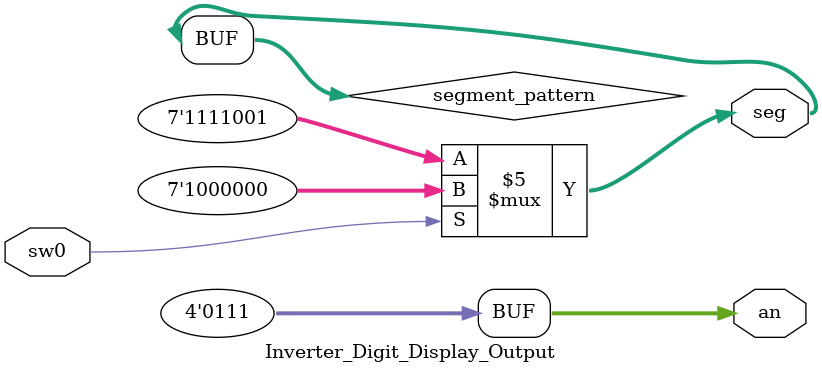
<source format=v>
`timescale 1ns / 1ps


module Inverter_Digit_Display_Output(
    input wire sw0, // the switch will act as an input for the inverter
    output [6:0] seg, // the seven segment display will shown the output for the inverter
    output [3:0] an // the digit on the display will be part of the output for the inverter
    );
    
// Inversion Logic
wire y;
assign y = ~sw0;
// 7 segment display module
reg [6:0] segment_pattern; // segment pattern will have 7 bits....
// the following HDL code makes its commands execute sequentially
always @(*) begin
    if(y == 1'b0) begin
        segment_pattern = 7'b1000000; // Display "0"
     end else begin
        segment_pattern = 7'b1111001; // Display "1"
    end
end

// connect the pattern to the output
assign seg = segment_pattern;
// enable the last 7 segment display only (leftmost)
assign an = 4'b0111;

endmodule

</source>
